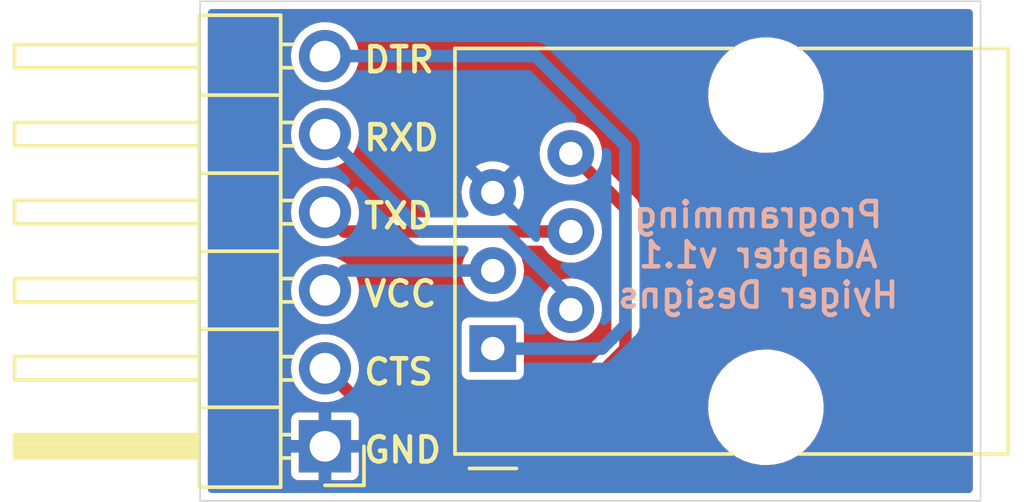
<source format=kicad_pcb>
(kicad_pcb (version 20211014) (generator pcbnew)
  (title_block (title "Celestron Programming Adapter") (date "2021-12-24") (rev "1.1"))
  (layers (0 "F.Cu" signal) (31 "B.Cu" signal) (36 "B.SilkS" user "B.Silkscreen") (37 "F.SilkS" user "F.Silkscreen") (38 "B.Mask" user) (39 "F.Mask" user) (44 "Edge.Cuts" user))
  (net 0 "")
  (net 1 "/RTS")
  (net 2 "/CTS")
  (net 3 "/TXD")
  (net 4 "VCC")
  (net 5 "GND")
  (net 6 "/RXD")
  (footprint "Connector_PinHeader_2.54mm:PinHeader_1x06_P2.54mm_Horizontal" (layer "F.Cu") (at 164.973 84.206004 180)
    (fp_text reference "J1" hide)
    (fp_text value "FTDI")
    (fp_line (start 1.44 -1.33) (end 1.44 14.03) (layer "F.SilkS") (width 0.12))
    (fp_line (start 1.11 -0.38) (end 1.44 -0.38) (layer "F.SilkS") (width 0.12))
    (fp_line (start 4.1 0.04) (end 10.1 0.04) (layer "F.SilkS") (width 0.12))
    (fp_line (start 4.1 4.7) (end 10.1 4.7) (layer "F.SilkS") (width 0.12))
    (fp_line (start 4.1 9.78) (end 10.1 9.78) (layer "F.SilkS") (width 0.12))
    (fp_line (start 10.1 5.46) (end 4.1 5.46) (layer "F.SilkS") (width 0.12))
    (fp_line (start 1.042929 9.78) (end 1.44 9.78) (layer "F.SilkS") (width 0.12))
    (fp_line (start 1.042929 4.7) (end 1.44 4.7) (layer "F.SilkS") (width 0.12))
    (fp_line (start 10.1 13.08) (end 4.1 13.08) (layer "F.SilkS") (width 0.12))
    (fp_line (start 10.1 8) (end 4.1 8) (layer "F.SilkS") (width 0.12))
    (fp_line (start 1.042929 7.24) (end 1.44 7.24) (layer "F.SilkS") (width 0.12))
    (fp_line (start 4.1 0.28) (end 10.1 0.28) (layer "F.SilkS") (width 0.12))
    (fp_line (start 4.1 0.16) (end 10.1 0.16) (layer "F.SilkS") (width 0.12))
    (fp_line (start 4.1 7.24) (end 10.1 7.24) (layer "F.SilkS") (width 0.12))
    (fp_line (start 10.1 7.24) (end 10.1 8) (layer "F.SilkS") (width 0.12))
    (fp_line (start 10.1 2.16) (end 10.1 2.92) (layer "F.SilkS") (width 0.12))
    (fp_line (start 1.042929 2.16) (end 1.44 2.16) (layer "F.SilkS") (width 0.12))
    (fp_line (start 4.1 14.03) (end 4.1 -1.33) (layer "F.SilkS") (width 0.12))
    (fp_line (start 4.1 2.16) (end 10.1 2.16) (layer "F.SilkS") (width 0.12))
    (fp_line (start 1.042929 12.32) (end 1.44 12.32) (layer "F.SilkS") (width 0.12))
    (fp_line (start 4.1 12.32) (end 10.1 12.32) (layer "F.SilkS") (width 0.12))
    (fp_line (start 10.1 4.7) (end 10.1 5.46) (layer "F.SilkS") (width 0.12))
    (fp_line (start 1.44 8.89) (end 4.1 8.89) (layer "F.SilkS") (width 0.12))
    (fp_line (start 1.44 14.03) (end 4.1 14.03) (layer "F.SilkS") (width 0.12))
    (fp_line (start 4.1 -0.08) (end 10.1 -0.08) (layer "F.SilkS") (width 0.12))
    (fp_line (start -1.27 0) (end -1.27 -1.27) (layer "F.SilkS") (width 0.12))
    (fp_line (start 1.44 11.43) (end 4.1 11.43) (layer "F.SilkS") (width 0.12))
    (fp_line (start 10.1 9.78) (end 10.1 10.54) (layer "F.SilkS") (width 0.12))
    (fp_line (start 4.1 -0.32) (end 10.1 -0.32) (layer "F.SilkS") (width 0.12))
    (fp_line (start -1.27 -1.27) (end 0 -1.27) (layer "F.SilkS") (width 0.12))
    (fp_line (start 4.1 -0.2) (end 10.1 -0.2) (layer "F.SilkS") (width 0.12))
    (fp_line (start 1.44 3.81) (end 4.1 3.81) (layer "F.SilkS") (width 0.12))
    (fp_line (start 1.44 6.35) (end 4.1 6.35) (layer "F.SilkS") (width 0.12))
    (fp_line (start 1.042929 2.92) (end 1.44 2.92) (layer "F.SilkS") (width 0.12))
    (fp_line (start 1.042929 10.54) (end 1.44 10.54) (layer "F.SilkS") (width 0.12))
    (fp_line (start 10.1 -0.38) (end 10.1 0.38) (layer "F.SilkS") (width 0.12))
    (fp_line (start 1.042929 8) (end 1.44 8) (layer "F.SilkS") (width 0.12))
    (fp_line (start 1.042929 5.46) (end 1.44 5.46) (layer "F.SilkS") (width 0.12))
    (fp_line (start 1.11 0.38) (end 1.44 0.38) (layer "F.SilkS") (width 0.12))
    (fp_line (start 4.1 -0.38) (end 10.1 -0.38) (layer "F.SilkS") (width 0.12))
    (fp_line (start 4.1 -1.33) (end 1.44 -1.33) (layer "F.SilkS") (width 0.12))
    (fp_line (start 10.1 12.32) (end 10.1 13.08) (layer "F.SilkS") (width 0.12))
    (fp_line (start 10.1 10.54) (end 4.1 10.54) (layer "F.SilkS") (width 0.12))
    (fp_line (start 10.1 0.38) (end 4.1 0.38) (layer "F.SilkS") (width 0.12))
    (fp_line (start 1.042929 13.08) (end 1.44 13.08) (layer "F.SilkS") (width 0.12))
    (fp_line (start 1.44 1.27) (end 4.1 1.27) (layer "F.SilkS") (width 0.12))
    (fp_line (start 10.1 2.92) (end 4.1 2.92) (layer "F.SilkS") (width 0.12))
    (pad "1" thru_hole rect locked (at 0 0 180) (size 1.7 1.7) (drill 1) (layers *.Cu *.Mask) (net 5 "GND"))
    (pad "2" thru_hole oval locked (at 0 2.54 180) (size 1.7 1.7) (drill 1) (layers *.Cu *.Mask) (net 1 "/RTS"))
    (pad "3" thru_hole oval locked (at 0 5.08 180) (size 1.7 1.7) (drill 1) (layers *.Cu *.Mask) (net 4 "VCC"))
    (pad "4" thru_hole oval locked (at 0 7.62 180) (size 1.7 1.7) (drill 1) (layers *.Cu *.Mask) (net 6 "/RXD"))
    (pad "5" thru_hole oval locked (at 0 10.16 180) (size 1.7 1.7) (drill 1) (layers *.Cu *.Mask) (net 3 "/TXD"))
    (pad "6" thru_hole oval locked (at 0 12.7 180) (size 1.7 1.7) (drill 1) (layers *.Cu *.Mask) (net 2 "/CTS"))
  )
  (footprint "Connector_RJ:RJ12_Amphenol_54601" (layer "F.Cu") (at 170.434 81.026 90)
    (fp_text reference "J2" hide)
    (fp_text value "6P6C")
    (fp_line (start -3.43 16.77) (end -3.43 9.99) (layer "F.SilkS") (width 0.12))
    (fp_line (start -3.43 -1.23) (end 9.77 -1.23) (layer "F.SilkS") (width 0.12))
    (fp_line (start 9.77 16.65) (end 9.77 16.77) (layer "F.SilkS") (width 0.1))
    (fp_line (start 9.77 16.77) (end -3.43 16.77) (layer "F.SilkS") (width 0.12))
    (fp_line (start 9.77 16.76) (end 9.77 16.77) (layer "F.SilkS") (width 0.1))
    (fp_line (start -3.43 7.72) (end -3.43 7.79) (layer "F.SilkS") (width 0.1))
    (fp_line (start 9.77 -1.23) (end 9.77 7.79) (layer "F.SilkS") (width 0.12))
    (fp_line (start 9.77 16.77) (end 9.77 9.99) (layer "F.SilkS") (width 0.12))
    (fp_line (start -3.43 7.79) (end -3.43 -1.23) (layer "F.SilkS") (width 0.12))
    (fp_line (start -3.9 0.77) (end -3.9 -0.76) (layer "F.SilkS") (width 0.12))
    (pad "" np_thru_hole circle locked (at 8.25 8.89 90) (size 3.25 3.25) (drill 3.25) (layers *.Cu *.Mask))
    (pad "" np_thru_hole circle locked (at -1.91 8.89 90) (size 3.25 3.25) (drill 3.25) (layers *.Cu *.Mask))
    (pad "1" thru_hole rect locked (at 0 0 90) (size 1.52 1.52) (drill 0.76) (layers *.Cu *.Mask) (net 2 "/CTS"))
    (pad "2" thru_hole circle locked (at 1.27 2.54 90) (size 1.52 1.52) (drill 0.76) (layers *.Cu *.Mask) (net 3 "/TXD"))
    (pad "3" thru_hole circle locked (at 2.54 0 90) (size 1.52 1.52) (drill 0.76) (layers *.Cu *.Mask) (net 4 "VCC"))
    (pad "4" thru_hole circle locked (at 3.81 2.54 90) (size 1.52 1.52) (drill 0.76) (layers *.Cu *.Mask) (net 6 "/RXD"))
    (pad "5" thru_hole circle locked (at 5.08 0 90) (size 1.52 1.52) (drill 0.76) (layers *.Cu *.Mask) (net 5 "GND"))
    (pad "6" thru_hole circle locked (at 6.35 2.54 90) (size 1.52 1.52) (drill 0.76) (layers *.Cu *.Mask) (net 1 "/RTS"))
  )
  (gr_line (start 160.909 85.979) (end 160.909 69.723) (layer "Edge.Cuts") (width 0.05))
  (gr_line (start 186.309 69.723) (end 186.309 85.979) (layer "Edge.Cuts") (width 0.05))
  (gr_line (start 186.309 85.979) (end 160.909 85.979) (layer "Edge.Cuts") (width 0.05))
  (gr_line (start 160.909 69.723) (end 186.309 69.723) (layer "Edge.Cuts") (width 0.05))
  (gr_text "Programming\nAdapter v1.1\nHyiger Designs" (at 179.07 77.978) (layer "B.SilkS") (effects (font (size 0.8128 0.8128) (thickness 0.1524)) (justify mirror)))
  (gr_text "TXD" (at 167.366647 76.708) (layer "F.SilkS") (effects (font (size 0.8128 0.8128) (thickness 0.1524))))
  (gr_text "VCC" (at 167.424705 79.248) (layer "F.SilkS") (effects (font (size 0.8128 0.8128) (thickness 0.1524))))
  (gr_text "GND" (at 167.502114 84.328) (layer "F.SilkS") (effects (font (size 0.8128 0.8128) (thickness 0.1524))))
  (gr_text "DTR" (at 167.386 71.628) (layer "F.SilkS") (effects (font (size 0.8128 0.8128) (thickness 0.1524))))
  (gr_text "CTS" (at 167.366647 81.788) (layer "F.SilkS") (effects (font (size 0.8128 0.8128) (thickness 0.1524))))
  (gr_text "RXD" (at 167.463409 74.168) (layer "F.SilkS") (effects (font (size 0.8128 0.8128) (thickness 0.1524))))
  (segment (start 174.752 81.026) (end 173.262 82.516) (width 0.4064) (layer "F.Cu") (net 1))
  (segment (start 173.262 82.516) (end 165.823 82.516) (width 0.4064) (layer "F.Cu") (net 1))
  (segment (start 174.752 76.454) (end 174.752 81.026) (width 0.4064) (layer "F.Cu") (net 1))
  (segment (start 165.823 82.516) (end 164.973 81.666) (width 0.4064) (layer "F.Cu") (net 1))
  (segment (start 172.974 74.676) (end 174.752 76.454) (width 0.4064) (layer "F.Cu") (net 1))
  (segment (start 173.99 81.026) (end 170.434 81.026) (width 0.4064) (layer "B.Cu") (net 2))
  (segment (start 174.752 80.264) (end 173.99 81.026) (width 0.4064) (layer "B.Cu") (net 2))
  (segment (start 174.752 74.422) (end 174.752 80.264) (width 0.4064) (layer "B.Cu") (net 2))
  (segment (start 164.973 71.506) (end 171.836 71.506) (width 0.4064) (layer "B.Cu") (net 2))
  (segment (start 171.836 71.506) (end 174.752 74.422) (width 0.4064) (layer "B.Cu") (net 2))
  (segment (start 164.973 74.046004) (end 168.142996 77.216) (width 0.4064) (layer "B.Cu") (net 3))
  (segment (start 170.808323 77.216) (end 172.974 79.381677) (width 0.4064) (layer "B.Cu") (net 3))
  (segment (start 172.974 79.381677) (end 172.974 79.756) (width 0.4064) (layer "B.Cu") (net 3))
  (segment (start 168.142996 77.216) (end 170.808323 77.216) (width 0.4064) (layer "B.Cu") (net 3))
  (segment (start 165.613 78.486) (end 170.434 78.486) (width 0.4064) (layer "B.Cu") (net 4))
  (segment (start 164.973 79.126) (end 165.613 78.486) (width 0.4064) (layer "B.Cu") (net 4))
  (segment (start 165.602996 77.216) (end 172.974 77.216) (width 0.4064) (layer "F.Cu") (net 6))
  (segment (start 164.973 76.586004) (end 165.602996 77.216) (width 0.4064) (layer "F.Cu") (net 6))
  (zone (net 5) (net_name "GND") (layer "F.Cu") (connect_pads (clearance 0.254)) (min_thickness 0.254) (fill yes (thermal_gap 0.254) (thermal_bridge_width 0.4064))
    (polygon (pts (xy 186.309 85.979) (xy 160.909 85.979) (xy 160.909 69.723) (xy 186.309 69.723)))
  )
  (zone (net 5) (net_name "GND") (layer "B.Cu") (connect_pads (clearance 0.254)) (min_thickness 0.254) (fill yes (thermal_gap 0.254) (thermal_bridge_width 0.4064))
    (polygon (pts (xy 186.309 85.979) (xy 160.909 85.979) (xy 160.909 69.723) (xy 186.309 69.723)))
  )
)
</source>
